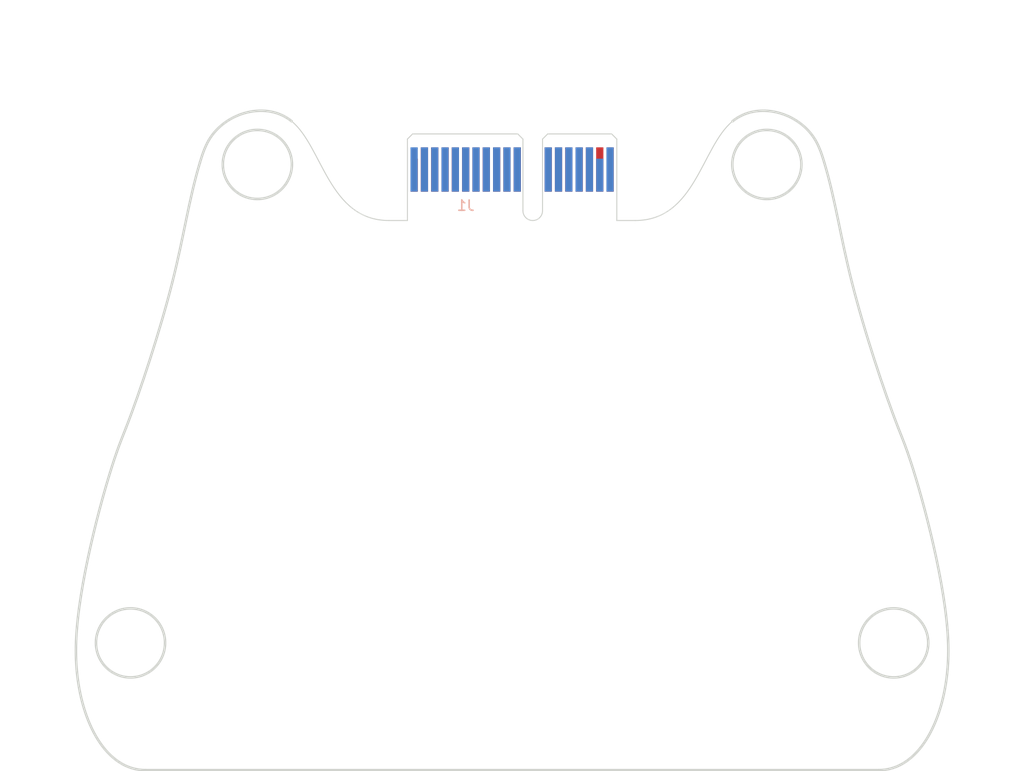
<source format=kicad_pcb>
(kicad_pcb (version 20240108) (generator "pcbnew") (generator_version "8.0")
  (layers (0 "F.Cu" signal) (31 "B.Cu" signal) (34 "B.Paste" user) (35 "F.Paste" user) (36 "B.SilkS" user "B.Silkscreen") (37 "F.SilkS" user "F.Silkscreen") (38 "B.Mask" user) (39 "F.Mask" user) (44 "Edge.Cuts" user))
  (net 0 "")
  (net 1 "Net-(J1-+3.3V-PadA10)")
  (net 2 "Net-(J1-GND-PadA12)")
  (net 5 "Net-(J1-+12V-PadA2)")
  (footprint "Connector_PCBEdge:BUS_PCIexpress_x1" (layer "B.Cu") (at 136.913 64.138595)
    (property "Reference" "J1" (at 5 3.5 0) (layer "B.SilkS") (effects (justify mirror)))
    (property "Value" "Bus_PCI_Express_x1")
    (fp_line (start -0.65 -2.95) (end -0.65 4.95) (stroke (width 0.1)) (layer "Edge.Cuts"))
    (fp_line (start -0.15 -3.45) (end -0.65 -2.95) (stroke (width 0.1)) (layer "Edge.Cuts"))
    (fp_line (start 10.05 -3.45) (end -0.15 -3.45) (stroke (width 0.1)) (layer "Edge.Cuts"))
    (fp_line (start 10.05 -3.45) (end 10.55 -2.95) (stroke (width 0.1)) (layer "Edge.Cuts"))
    (fp_line (start 10.55 -2.95) (end 10.55 4) (stroke (width 0.1)) (layer "Edge.Cuts"))
    (fp_line (start 12.45 -2.95) (end 12.45 4) (stroke (width 0.1)) (layer "Edge.Cuts"))
    (fp_line (start 12.95 -3.45) (end 12.45 -2.95) (stroke (width 0.1)) (layer "Edge.Cuts"))
    (fp_line (start 19.15 -3.45) (end 12.95 -3.45) (stroke (width 0.1)) (layer "Edge.Cuts"))
    (fp_line (start 19.15 -3.45) (end 19.65 -2.95) (stroke (width 0.1)) (layer "Edge.Cuts"))
    (fp_line (start 19.65 -2.95) (end 19.65 4.95) (stroke (width 0.1)) (layer "Edge.Cuts"))
    (fp_arc (start 12.45 4) (mid 11.5 4.95) (end 10.55 4) (stroke (width 0.1)) (layer "Edge.Cuts"))
    (pad "A1" connect rect (at 0 0.55) (size 0.7 3.2) (layers "F.Cu" "F.Mask"))
    (pad "A2" connect rect (at 1 0) (size 0.7 4.3) (layers "F.Cu" "F.Mask") (net 5 "Net-(J1-+12V-PadA2)"))
    (pad "A3" connect rect (at 2 0) (size 0.7 4.3) (layers "F.Cu" "F.Mask") (net 5 "Net-(J1-+12V-PadA2)"))
    (pad "A4" connect rect (at 3 0) (size 0.7 4.3) (layers "F.Cu" "F.Mask") (net 2 "Net-(J1-GND-PadA12)"))
    (pad "A5" connect rect (at 4 0) (size 0.7 4.3) (layers "F.Cu" "F.Mask"))
    (pad "A6" connect rect (at 5 0) (size 0.7 4.3) (layers "F.Cu" "F.Mask"))
    (pad "A7" connect rect (at 6 0) (size 0.7 4.3) (layers "F.Cu" "F.Mask"))
    (pad "A8" connect rect (at 7 0) (size 0.7 4.3) (layers "F.Cu" "F.Mask"))
    (pad "A9" connect rect (at 8 0) (size 0.7 4.3) (layers "F.Cu" "F.Mask") (net 1 "Net-(J1-+3.3V-PadA10)"))
    (pad "A10" connect rect (at 9 0) (size 0.7 4.3) (layers "F.Cu" "F.Mask") (net 1 "Net-(J1-+3.3V-PadA10)"))
    (pad "A11" connect rect (at 10 0) (size 0.7 4.3) (layers "F.Cu" "F.Mask"))
    (pad "A12" connect rect (at 13 0) (size 0.7 4.3) (layers "F.Cu" "F.Mask") (net 2 "Net-(J1-GND-PadA12)"))
    (pad "A13" connect rect (at 14 0) (size 0.7 4.3) (layers "F.Cu" "F.Mask"))
    (pad "A14" connect rect (at 15 0) (size 0.7 4.3) (layers "F.Cu" "F.Mask"))
    (pad "A15" connect rect (at 16 0) (size 0.7 4.3) (layers "F.Cu" "F.Mask") (net 2 "Net-(J1-GND-PadA12)"))
    (pad "A16" connect rect (at 17 0) (size 0.7 4.3) (layers "F.Cu" "F.Mask"))
    (pad "A17" connect rect (at 18 0) (size 0.7 4.3) (layers "F.Cu" "F.Mask"))
    (pad "A18" connect rect (at 19 0) (size 0.7 4.3) (layers "F.Cu" "F.Mask") (net 2 "Net-(J1-GND-PadA12)"))
    (pad "B1" connect rect (at 0 0) (size 0.7 4.3) (layers "B.Cu" "B.Mask") (net 5 "Net-(J1-+12V-PadA2)"))
    (pad "B2" connect rect (at 1 0) (size 0.7 4.3) (layers "B.Cu" "B.Mask") (net 5 "Net-(J1-+12V-PadA2)"))
    (pad "B3" connect rect (at 2 0) (size 0.7 4.3) (layers "B.Cu" "B.Mask") (net 5 "Net-(J1-+12V-PadA2)"))
    (pad "B4" connect rect (at 3 0) (size 0.7 4.3) (layers "B.Cu" "B.Mask") (net 2 "Net-(J1-GND-PadA12)"))
    (pad "B5" connect rect (at 4 0) (size 0.7 4.3) (layers "B.Cu" "B.Mask"))
    (pad "B6" connect rect (at 5 0) (size 0.7 4.3) (layers "B.Cu" "B.Mask"))
    (pad "B7" connect rect (at 6 0) (size 0.7 4.3) (layers "B.Cu" "B.Mask") (net 2 "Net-(J1-GND-PadA12)"))
    (pad "B8" connect rect (at 7 0) (size 0.7 4.3) (layers "B.Cu" "B.Mask") (net 1 "Net-(J1-+3.3V-PadA10)"))
    (pad "B9" connect rect (at 8 0) (size 0.7 4.3) (layers "B.Cu" "B.Mask"))
    (pad "B10" connect rect (at 9 0) (size 0.7 4.3) (layers "B.Cu" "B.Mask"))
    (pad "B11" connect rect (at 10 0) (size 0.7 4.3) (layers "B.Cu" "B.Mask"))
    (pad "B12" connect rect (at 13 0) (size 0.7 4.3) (layers "B.Cu" "B.Mask"))
    (pad "B13" connect rect (at 14 0) (size 0.7 4.3) (layers "B.Cu" "B.Mask") (net 2 "Net-(J1-GND-PadA12)"))
    (pad "B14" connect rect (at 15 0) (size 0.7 4.3) (layers "B.Cu" "B.Mask"))
    (pad "B15" connect rect (at 16 0) (size 0.7 4.3) (layers "B.Cu" "B.Mask"))
    (pad "B16" connect rect (at 17 0) (size 0.7 4.3) (layers "B.Cu" "B.Mask") (net 2 "Net-(J1-GND-PadA12)"))
    (pad "B17" connect rect (at 18 0.55) (size 0.7 3.2) (layers "B.Cu" "B.Mask"))
    (pad "B18" connect rect (at 19 0) (size 0.7 4.3) (layers "B.Cu" "B.Mask") (net 2 "Net-(J1-GND-PadA12)"))
  )
  (gr_curve (pts (xy 104.200217 108.833629) (xy 104.094575 110.19876) (xy 104.091862 111.420188) (xy 104.19191 112.609777)) (stroke (width 0.25)) (layer "Edge.Cuts"))
  (gr_curve (pts (xy 158.353479 69.088595) (xy 164.183489 69.088595) (xy 164.78237 61.925014) (xy 167.784109 59.460642)) (stroke (width 0.1)) (layer "Edge.Cuts"))
  (gr_circle (center 121.713305 63.648595) (end 118.363305 63.648595) (stroke (width 0.25)) (fill none) (layer "Edge.Cuts"))
  (gr_curve (pts (xy 108.082735 91.544879) (xy 106.804268 95.195924) (xy 104.634104 103.226822) (xy 104.200217 108.833629)) (stroke (width 0.25)) (layer "Edge.Cuts"))
  (gr_curve (pts (xy 104.19191 112.609777) (xy 104.630063 117.81952) (xy 107.039118 122.418595) (xy 110.892405 122.418595)) (stroke (width 0.25)) (layer "Edge.Cuts"))
  (gr_curve (pts (xy 167.784109 59.460642) (xy 170.210083 57.468961) (xy 174.205534 58.546668) (xy 175.818121 61.288482)) (stroke (width 0.25)) (layer "Edge.Cuts"))
  (gr_curve (pts (xy 188.626393 108.833629) (xy 188.732035 110.19876) (xy 188.734748 111.420188) (xy 188.6347 112.609777)) (stroke (width 0.25)) (layer "Edge.Cuts"))
  (gr_curve (pts (xy 134.473131 69.088595) (xy 128.64312 69.088595) (xy 128.044239 61.925014) (xy 125.042501 59.460642)) (stroke (width 0.1)) (layer "Edge.Cuts"))
  (gr_curve (pts (xy 113.472466 75.059248) (xy 112.290838 79.754285) (xy 110.351021 85.669927) (xy 108.978354 89.194163)) (stroke (width 0.25)) (layer "Edge.Cuts"))
  (gr_curve (pts (xy 188.6347 112.609777) (xy 188.196547 117.81952) (xy 185.787491 122.418595) (xy 181.934204 122.418595)) (stroke (width 0.25)) (layer "Edge.Cuts"))
  (gr_curve (pts (xy 176.687263 63.480371) (xy 177.785498 67.180024) (xy 178.221514 70.558899) (xy 179.354144 75.059248)) (stroke (width 0.25)) (layer "Edge.Cuts"))
  (gr_curve (pts (xy 179.354144 75.059248) (xy 180.535772 79.754285) (xy 182.475589 85.669927) (xy 183.848256 89.194163)) (stroke (width 0.25)) (layer "Edge.Cuts"))
  (gr_circle (center 183.413305 110.068595) (end 180.063305 110.068595) (stroke (width 0.25)) (fill none) (layer "Edge.Cuts"))
  (gr_circle (center 109.413305 110.068595) (end 106.063305 110.068595) (stroke (width 0.25)) (fill none) (layer "Edge.Cuts"))
  (gr_line (start 181.934204 122.418595) (end 110.892405 122.418595) (stroke (width 0.25)) (layer "Edge.Cuts"))
  (gr_curve (pts (xy 184.743874 91.544879) (xy 186.022342 95.195924) (xy 188.192506 103.226822) (xy 188.626393 108.833629)) (stroke (width 0.25)) (layer "Edge.Cuts"))
  (gr_line (start 136.263305 69.088595) (end 134.473131 69.088595) (stroke (width 0.1)) (layer "Edge.Cuts"))
  (gr_curve (pts (xy 116.139346 63.480371) (xy 115.041112 67.180024) (xy 114.605095 70.558899) (xy 113.472466 75.059248)) (stroke (width 0.25)) (layer "Edge.Cuts"))
  (gr_curve (pts (xy 117.008488 61.288482) (xy 116.615003 61.957508) (xy 116.363394 62.725615) (xy 116.139346 63.480371)) (stroke (width 0.25)) (layer "Edge.Cuts"))
  (gr_curve (pts (xy 175.818121 61.288482) (xy 176.211606 61.957508) (xy 176.463215 62.725615) (xy 176.687263 63.480371)) (stroke (width 0.25)) (layer "Edge.Cuts"))
  (gr_circle (center 171.113305 63.648595) (end 167.763305 63.648595) (stroke (width 0.25)) (fill none) (layer "Edge.Cuts"))
  (gr_curve (pts (xy 108.978354 89.194163) (xy 108.681873 89.955359) (xy 108.41185 90.604993) (xy 108.082735 91.544879)) (stroke (width 0.25)) (layer "Edge.Cuts"))
  (gr_line (start 156.563305 69.088595) (end 158.353479 69.088595) (stroke (width 0.1)) (layer "Edge.Cuts"))
  (gr_curve (pts (xy 125.042501 59.460642) (xy 122.616527 57.468961) (xy 118.621076 58.546668) (xy 117.008488 61.288482)) (stroke (width 0.25)) (layer "Edge.Cuts"))
  (gr_curve (pts (xy 183.848256 89.194163) (xy 184.144737 89.955359) (xy 184.414759 90.604993) (xy 184.743874 91.544879)) (stroke (width 0.25)) (layer "Edge.Cuts"))
)
</source>
